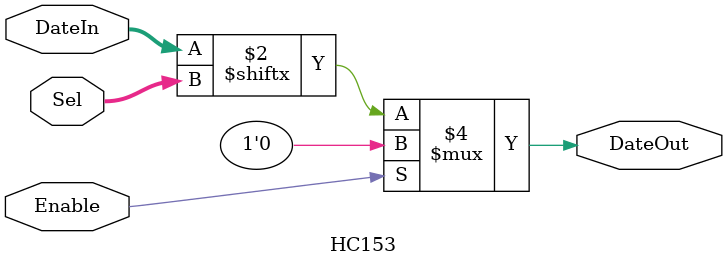
<source format=v>


module HC153(DateOut, DateIn,Sel,Enable );
input [3:0]DateIn;
input [1:0]Sel;
input  Enable;
output reg  DateOut;

always @(Enable or Sel or DateIn)
if(Enable) DateOut = 0;
else    DateOut=DateIn[Sel];

endmodule
</source>
